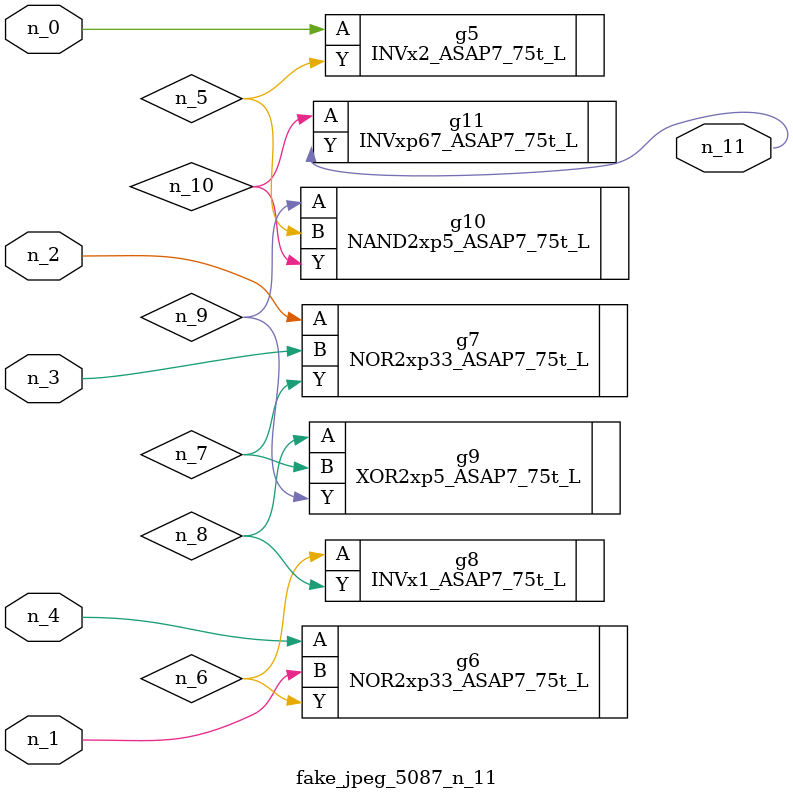
<source format=v>
module fake_jpeg_5087_n_11 (n_3, n_2, n_1, n_0, n_4, n_11);

input n_3;
input n_2;
input n_1;
input n_0;
input n_4;

output n_11;

wire n_10;
wire n_8;
wire n_9;
wire n_6;
wire n_5;
wire n_7;

INVx2_ASAP7_75t_L g5 ( 
.A(n_0),
.Y(n_5)
);

NOR2xp33_ASAP7_75t_L g6 ( 
.A(n_4),
.B(n_1),
.Y(n_6)
);

NOR2xp33_ASAP7_75t_L g7 ( 
.A(n_2),
.B(n_3),
.Y(n_7)
);

INVx1_ASAP7_75t_L g8 ( 
.A(n_6),
.Y(n_8)
);

XOR2xp5_ASAP7_75t_L g9 ( 
.A(n_8),
.B(n_7),
.Y(n_9)
);

NAND2xp5_ASAP7_75t_L g10 ( 
.A(n_9),
.B(n_5),
.Y(n_10)
);

INVxp67_ASAP7_75t_L g11 ( 
.A(n_10),
.Y(n_11)
);


endmodule
</source>
